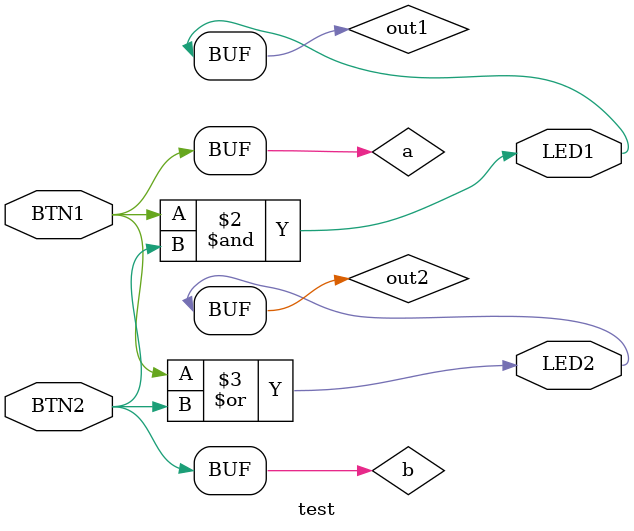
<source format=sv>
module test (
    input BTN1,
    input BTN2,
    output logic LED1,
    output logic LED2
);

    logic a, b;
    assign a = BTN1;
    assign b = BTN2;

    logic out1, out2;
    assign LED1 = out1;
    assign LED2 = out2;

    always_comb begin
	out1 = a & b;
	out2 = a | b;
    end

endmodule

</source>
